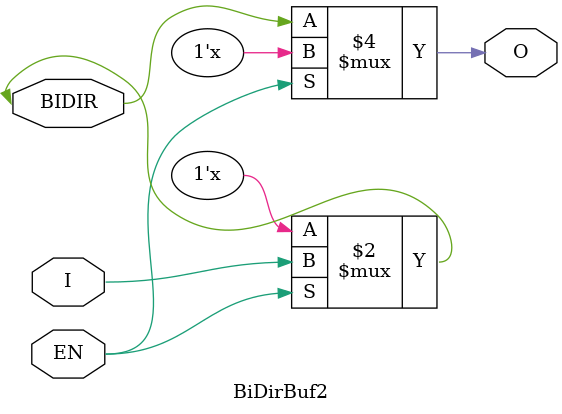
<source format=v>

module BiDirBuf2 (BIDIR,I,O,EN);
inout BIDIR;
input I,EN;
output O;

assign BIDIR = (EN == 1'b1) ? I : 1'bZ;
assign O = (EN == 1'b0) ? BIDIR : 1'bZ;

endmodule

</source>
